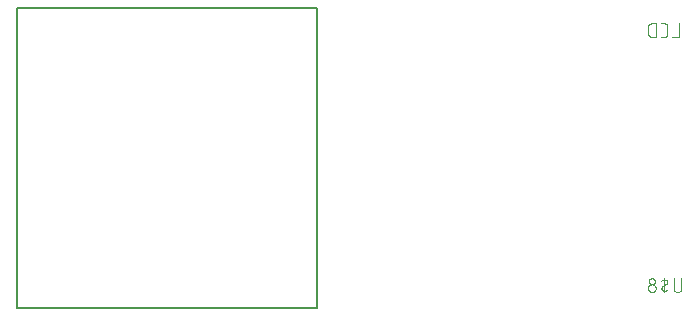
<source format=gbo>
G75*
%MOIN*%
%OFA0B0*%
%FSLAX25Y25*%
%IPPOS*%
%LPD*%
%AMOC8*
5,1,8,0,0,1.08239X$1,22.5*
%
%ADD10C,0.00500*%
%ADD11C,0.00400*%
D10*
X0025423Y0081800D02*
X0125423Y0081800D01*
X0125423Y0181800D01*
X0025423Y0181800D01*
X0025423Y0081800D01*
D11*
X0235623Y0173278D02*
X0235623Y0175322D01*
X0235625Y0175391D01*
X0235630Y0175460D01*
X0235640Y0175529D01*
X0235653Y0175597D01*
X0235670Y0175664D01*
X0235690Y0175730D01*
X0235714Y0175795D01*
X0235741Y0175859D01*
X0235772Y0175921D01*
X0235806Y0175981D01*
X0235843Y0176039D01*
X0235884Y0176095D01*
X0235927Y0176149D01*
X0235973Y0176201D01*
X0236022Y0176250D01*
X0236074Y0176296D01*
X0236128Y0176339D01*
X0236184Y0176380D01*
X0236242Y0176417D01*
X0236302Y0176451D01*
X0236364Y0176482D01*
X0236428Y0176509D01*
X0236493Y0176533D01*
X0236559Y0176553D01*
X0236626Y0176570D01*
X0236694Y0176583D01*
X0236763Y0176593D01*
X0236832Y0176598D01*
X0236901Y0176600D01*
X0238179Y0176600D01*
X0238179Y0172000D01*
X0236901Y0172000D01*
X0236832Y0172002D01*
X0236763Y0172007D01*
X0236694Y0172017D01*
X0236626Y0172030D01*
X0236559Y0172047D01*
X0236493Y0172067D01*
X0236428Y0172091D01*
X0236364Y0172118D01*
X0236302Y0172149D01*
X0236242Y0172183D01*
X0236184Y0172220D01*
X0236128Y0172261D01*
X0236074Y0172304D01*
X0236022Y0172350D01*
X0235973Y0172399D01*
X0235927Y0172451D01*
X0235884Y0172505D01*
X0235843Y0172561D01*
X0235806Y0172619D01*
X0235772Y0172679D01*
X0235741Y0172741D01*
X0235714Y0172805D01*
X0235690Y0172870D01*
X0235670Y0172936D01*
X0235653Y0173003D01*
X0235640Y0173071D01*
X0235630Y0173140D01*
X0235625Y0173209D01*
X0235623Y0173278D01*
X0240047Y0172000D02*
X0241070Y0172000D01*
X0241132Y0172002D01*
X0241193Y0172007D01*
X0241254Y0172017D01*
X0241315Y0172030D01*
X0241374Y0172046D01*
X0241432Y0172066D01*
X0241489Y0172090D01*
X0241545Y0172117D01*
X0241599Y0172147D01*
X0241651Y0172181D01*
X0241700Y0172217D01*
X0241748Y0172257D01*
X0241793Y0172299D01*
X0241835Y0172344D01*
X0241875Y0172392D01*
X0241911Y0172441D01*
X0241945Y0172493D01*
X0241975Y0172547D01*
X0242002Y0172603D01*
X0242026Y0172660D01*
X0242046Y0172718D01*
X0242062Y0172777D01*
X0242075Y0172838D01*
X0242085Y0172899D01*
X0242090Y0172960D01*
X0242092Y0173022D01*
X0242092Y0175578D01*
X0242090Y0175640D01*
X0242085Y0175701D01*
X0242075Y0175762D01*
X0242062Y0175823D01*
X0242046Y0175882D01*
X0242026Y0175940D01*
X0242002Y0175997D01*
X0241975Y0176053D01*
X0241945Y0176107D01*
X0241911Y0176159D01*
X0241875Y0176208D01*
X0241835Y0176256D01*
X0241793Y0176301D01*
X0241748Y0176343D01*
X0241700Y0176383D01*
X0241651Y0176419D01*
X0241599Y0176453D01*
X0241545Y0176483D01*
X0241489Y0176510D01*
X0241432Y0176534D01*
X0241374Y0176554D01*
X0241315Y0176570D01*
X0241254Y0176583D01*
X0241193Y0176593D01*
X0241132Y0176598D01*
X0241070Y0176600D01*
X0240047Y0176600D01*
X0245820Y0176600D02*
X0245820Y0172000D01*
X0243775Y0172000D01*
X0244173Y0091600D02*
X0244173Y0088278D01*
X0244175Y0088208D01*
X0244181Y0088137D01*
X0244190Y0088068D01*
X0244204Y0087999D01*
X0244221Y0087930D01*
X0244242Y0087863D01*
X0244267Y0087797D01*
X0244295Y0087733D01*
X0244327Y0087670D01*
X0244362Y0087609D01*
X0244401Y0087550D01*
X0244442Y0087493D01*
X0244487Y0087439D01*
X0244535Y0087387D01*
X0244585Y0087338D01*
X0244639Y0087291D01*
X0244694Y0087248D01*
X0244752Y0087208D01*
X0244812Y0087171D01*
X0244874Y0087138D01*
X0244938Y0087108D01*
X0245003Y0087081D01*
X0245069Y0087058D01*
X0245137Y0087039D01*
X0245206Y0087024D01*
X0245275Y0087012D01*
X0245345Y0087004D01*
X0245416Y0087000D01*
X0245486Y0087000D01*
X0245557Y0087004D01*
X0245627Y0087012D01*
X0245696Y0087024D01*
X0245765Y0087039D01*
X0245833Y0087058D01*
X0245899Y0087081D01*
X0245964Y0087108D01*
X0246028Y0087138D01*
X0246090Y0087171D01*
X0246150Y0087208D01*
X0246208Y0087248D01*
X0246263Y0087291D01*
X0246317Y0087338D01*
X0246367Y0087387D01*
X0246415Y0087439D01*
X0246460Y0087493D01*
X0246501Y0087550D01*
X0246540Y0087609D01*
X0246575Y0087670D01*
X0246607Y0087733D01*
X0246635Y0087797D01*
X0246660Y0087863D01*
X0246681Y0087930D01*
X0246698Y0087999D01*
X0246712Y0088068D01*
X0246721Y0088137D01*
X0246727Y0088208D01*
X0246729Y0088278D01*
X0246729Y0091600D01*
X0241740Y0089683D02*
X0241101Y0089300D01*
X0240462Y0088917D01*
X0240078Y0090833D02*
X0240153Y0090876D01*
X0240229Y0090915D01*
X0240307Y0090952D01*
X0240386Y0090984D01*
X0240467Y0091014D01*
X0240549Y0091040D01*
X0240632Y0091062D01*
X0240716Y0091081D01*
X0240800Y0091097D01*
X0240885Y0091108D01*
X0240971Y0091116D01*
X0241056Y0091121D01*
X0241142Y0091122D01*
X0241228Y0091119D01*
X0241314Y0091113D01*
X0241399Y0091103D01*
X0241484Y0091089D01*
X0241101Y0091600D02*
X0241101Y0087000D01*
X0240718Y0087511D02*
X0240665Y0087523D01*
X0240613Y0087538D01*
X0240562Y0087558D01*
X0240513Y0087580D01*
X0240465Y0087606D01*
X0240419Y0087636D01*
X0240376Y0087668D01*
X0240335Y0087704D01*
X0240296Y0087742D01*
X0240261Y0087783D01*
X0240228Y0087827D01*
X0240199Y0087872D01*
X0240173Y0087920D01*
X0240150Y0087970D01*
X0240131Y0088020D01*
X0240116Y0088072D01*
X0240104Y0088126D01*
X0240097Y0088179D01*
X0240093Y0088233D01*
X0240092Y0088288D01*
X0240096Y0088342D01*
X0240104Y0088396D01*
X0240115Y0088449D01*
X0240130Y0088501D01*
X0240149Y0088552D01*
X0240172Y0088601D01*
X0240197Y0088649D01*
X0240227Y0088695D01*
X0240259Y0088738D01*
X0240294Y0088780D01*
X0240333Y0088818D01*
X0240374Y0088854D01*
X0240417Y0088887D01*
X0240462Y0088916D01*
X0240718Y0087511D02*
X0240803Y0087497D01*
X0240888Y0087487D01*
X0240974Y0087481D01*
X0241060Y0087478D01*
X0241146Y0087479D01*
X0241231Y0087484D01*
X0241317Y0087492D01*
X0241402Y0087503D01*
X0241486Y0087519D01*
X0241570Y0087538D01*
X0241653Y0087560D01*
X0241735Y0087586D01*
X0241816Y0087616D01*
X0241895Y0087648D01*
X0241973Y0087685D01*
X0242049Y0087724D01*
X0242124Y0087767D01*
X0241740Y0089684D02*
X0241785Y0089713D01*
X0241828Y0089746D01*
X0241869Y0089782D01*
X0241908Y0089820D01*
X0241943Y0089862D01*
X0241975Y0089905D01*
X0242005Y0089951D01*
X0242030Y0089999D01*
X0242053Y0090048D01*
X0242072Y0090099D01*
X0242087Y0090151D01*
X0242098Y0090204D01*
X0242106Y0090258D01*
X0242110Y0090312D01*
X0242109Y0090367D01*
X0242105Y0090421D01*
X0242098Y0090474D01*
X0242086Y0090528D01*
X0242071Y0090580D01*
X0242052Y0090630D01*
X0242029Y0090680D01*
X0242003Y0090728D01*
X0241974Y0090773D01*
X0241941Y0090817D01*
X0241906Y0090858D01*
X0241867Y0090896D01*
X0241826Y0090932D01*
X0241783Y0090964D01*
X0241737Y0090994D01*
X0241689Y0091020D01*
X0241640Y0091042D01*
X0241589Y0091062D01*
X0241537Y0091077D01*
X0241484Y0091089D01*
X0237923Y0090578D02*
X0237921Y0090515D01*
X0237915Y0090452D01*
X0237906Y0090390D01*
X0237892Y0090329D01*
X0237875Y0090268D01*
X0237854Y0090209D01*
X0237829Y0090151D01*
X0237801Y0090094D01*
X0237770Y0090040D01*
X0237735Y0089988D01*
X0237697Y0089937D01*
X0237656Y0089889D01*
X0237612Y0089844D01*
X0237566Y0089802D01*
X0237517Y0089762D01*
X0237466Y0089726D01*
X0237412Y0089693D01*
X0237357Y0089663D01*
X0237299Y0089637D01*
X0237241Y0089614D01*
X0237181Y0089595D01*
X0237120Y0089580D01*
X0237058Y0089568D01*
X0236995Y0089560D01*
X0236932Y0089556D01*
X0236870Y0089556D01*
X0236807Y0089560D01*
X0236744Y0089568D01*
X0236682Y0089580D01*
X0236621Y0089595D01*
X0236561Y0089614D01*
X0236503Y0089637D01*
X0236445Y0089663D01*
X0236390Y0089693D01*
X0236336Y0089726D01*
X0236285Y0089762D01*
X0236236Y0089802D01*
X0236190Y0089844D01*
X0236146Y0089889D01*
X0236105Y0089937D01*
X0236067Y0089988D01*
X0236032Y0090040D01*
X0236001Y0090094D01*
X0235973Y0090151D01*
X0235948Y0090209D01*
X0235927Y0090268D01*
X0235910Y0090329D01*
X0235896Y0090390D01*
X0235887Y0090452D01*
X0235881Y0090515D01*
X0235879Y0090578D01*
X0235881Y0090641D01*
X0235887Y0090704D01*
X0235896Y0090766D01*
X0235910Y0090827D01*
X0235927Y0090888D01*
X0235948Y0090947D01*
X0235973Y0091005D01*
X0236001Y0091062D01*
X0236032Y0091116D01*
X0236067Y0091168D01*
X0236105Y0091219D01*
X0236146Y0091267D01*
X0236190Y0091312D01*
X0236236Y0091354D01*
X0236285Y0091394D01*
X0236336Y0091430D01*
X0236390Y0091463D01*
X0236445Y0091493D01*
X0236503Y0091519D01*
X0236561Y0091542D01*
X0236621Y0091561D01*
X0236682Y0091576D01*
X0236744Y0091588D01*
X0236807Y0091596D01*
X0236870Y0091600D01*
X0236932Y0091600D01*
X0236995Y0091596D01*
X0237058Y0091588D01*
X0237120Y0091576D01*
X0237181Y0091561D01*
X0237241Y0091542D01*
X0237299Y0091519D01*
X0237357Y0091493D01*
X0237412Y0091463D01*
X0237466Y0091430D01*
X0237517Y0091394D01*
X0237566Y0091354D01*
X0237612Y0091312D01*
X0237656Y0091267D01*
X0237697Y0091219D01*
X0237735Y0091168D01*
X0237770Y0091116D01*
X0237801Y0091062D01*
X0237829Y0091005D01*
X0237854Y0090947D01*
X0237875Y0090888D01*
X0237892Y0090827D01*
X0237906Y0090766D01*
X0237915Y0090704D01*
X0237921Y0090641D01*
X0237923Y0090578D01*
X0238179Y0088278D02*
X0238177Y0088208D01*
X0238171Y0088137D01*
X0238162Y0088068D01*
X0238148Y0087999D01*
X0238131Y0087930D01*
X0238110Y0087863D01*
X0238085Y0087797D01*
X0238057Y0087733D01*
X0238025Y0087670D01*
X0237990Y0087609D01*
X0237951Y0087550D01*
X0237910Y0087493D01*
X0237865Y0087439D01*
X0237817Y0087387D01*
X0237767Y0087338D01*
X0237713Y0087291D01*
X0237658Y0087248D01*
X0237600Y0087208D01*
X0237540Y0087171D01*
X0237478Y0087138D01*
X0237414Y0087108D01*
X0237349Y0087081D01*
X0237283Y0087058D01*
X0237215Y0087039D01*
X0237146Y0087024D01*
X0237077Y0087012D01*
X0237007Y0087004D01*
X0236936Y0087000D01*
X0236866Y0087000D01*
X0236795Y0087004D01*
X0236725Y0087012D01*
X0236656Y0087024D01*
X0236587Y0087039D01*
X0236519Y0087058D01*
X0236453Y0087081D01*
X0236388Y0087108D01*
X0236324Y0087138D01*
X0236262Y0087171D01*
X0236202Y0087208D01*
X0236144Y0087248D01*
X0236089Y0087291D01*
X0236035Y0087338D01*
X0235985Y0087387D01*
X0235937Y0087439D01*
X0235892Y0087493D01*
X0235851Y0087550D01*
X0235812Y0087609D01*
X0235777Y0087670D01*
X0235745Y0087733D01*
X0235717Y0087797D01*
X0235692Y0087863D01*
X0235671Y0087930D01*
X0235654Y0087999D01*
X0235640Y0088068D01*
X0235631Y0088137D01*
X0235625Y0088208D01*
X0235623Y0088278D01*
X0235625Y0088348D01*
X0235631Y0088419D01*
X0235640Y0088488D01*
X0235654Y0088557D01*
X0235671Y0088626D01*
X0235692Y0088693D01*
X0235717Y0088759D01*
X0235745Y0088823D01*
X0235777Y0088886D01*
X0235812Y0088947D01*
X0235851Y0089006D01*
X0235892Y0089063D01*
X0235937Y0089117D01*
X0235985Y0089169D01*
X0236035Y0089218D01*
X0236089Y0089265D01*
X0236144Y0089308D01*
X0236202Y0089348D01*
X0236262Y0089385D01*
X0236324Y0089418D01*
X0236388Y0089448D01*
X0236453Y0089475D01*
X0236519Y0089498D01*
X0236587Y0089517D01*
X0236656Y0089532D01*
X0236725Y0089544D01*
X0236795Y0089552D01*
X0236866Y0089556D01*
X0236936Y0089556D01*
X0237007Y0089552D01*
X0237077Y0089544D01*
X0237146Y0089532D01*
X0237215Y0089517D01*
X0237283Y0089498D01*
X0237349Y0089475D01*
X0237414Y0089448D01*
X0237478Y0089418D01*
X0237540Y0089385D01*
X0237600Y0089348D01*
X0237658Y0089308D01*
X0237713Y0089265D01*
X0237767Y0089218D01*
X0237817Y0089169D01*
X0237865Y0089117D01*
X0237910Y0089063D01*
X0237951Y0089006D01*
X0237990Y0088947D01*
X0238025Y0088886D01*
X0238057Y0088823D01*
X0238085Y0088759D01*
X0238110Y0088693D01*
X0238131Y0088626D01*
X0238148Y0088557D01*
X0238162Y0088488D01*
X0238171Y0088419D01*
X0238177Y0088348D01*
X0238179Y0088278D01*
M02*

</source>
